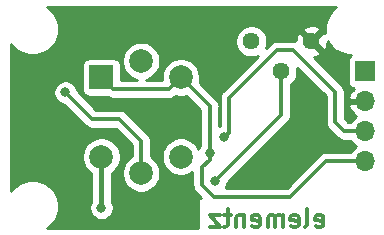
<source format=gbr>
G04 #@! TF.GenerationSoftware,KiCad,Pcbnew,5.1.5-52549c5~86~ubuntu16.04.1*
G04 #@! TF.CreationDate,2020-07-29T15:08:35+05:30*
G04 #@! TF.ProjectId,MQxx Gas Sensor V1.0,4d517878-2047-4617-9320-53656e736f72,V1.0*
G04 #@! TF.SameCoordinates,Original*
G04 #@! TF.FileFunction,Copper,L2,Bot*
G04 #@! TF.FilePolarity,Positive*
%FSLAX46Y46*%
G04 Gerber Fmt 4.6, Leading zero omitted, Abs format (unit mm)*
G04 Created by KiCad (PCBNEW 5.1.5-52549c5~86~ubuntu16.04.1) date 2020-07-29 15:08:35*
%MOMM*%
%LPD*%
G04 APERTURE LIST*
%ADD10C,0.300000*%
%ADD11R,1.700000X1.700000*%
%ADD12O,1.700000X1.700000*%
%ADD13C,1.440000*%
%ADD14C,2.000000*%
%ADD15R,2.000000X2.000000*%
%ADD16C,0.812800*%
%ADD17C,0.355600*%
%ADD18C,0.457200*%
%ADD19C,0.254000*%
G04 APERTURE END LIST*
D10*
X151490642Y-98206642D02*
X151633500Y-98278071D01*
X151919214Y-98278071D01*
X152062071Y-98206642D01*
X152133500Y-98063785D01*
X152133500Y-97492357D01*
X152062071Y-97349500D01*
X151919214Y-97278071D01*
X151633500Y-97278071D01*
X151490642Y-97349500D01*
X151419214Y-97492357D01*
X151419214Y-97635214D01*
X152133500Y-97778071D01*
X150562071Y-98278071D02*
X150704928Y-98206642D01*
X150776357Y-98063785D01*
X150776357Y-96778071D01*
X149419214Y-98206642D02*
X149562071Y-98278071D01*
X149847785Y-98278071D01*
X149990642Y-98206642D01*
X150062071Y-98063785D01*
X150062071Y-97492357D01*
X149990642Y-97349500D01*
X149847785Y-97278071D01*
X149562071Y-97278071D01*
X149419214Y-97349500D01*
X149347785Y-97492357D01*
X149347785Y-97635214D01*
X150062071Y-97778071D01*
X148704928Y-98278071D02*
X148704928Y-97278071D01*
X148704928Y-97420928D02*
X148633500Y-97349500D01*
X148490642Y-97278071D01*
X148276357Y-97278071D01*
X148133500Y-97349500D01*
X148062071Y-97492357D01*
X148062071Y-98278071D01*
X148062071Y-97492357D02*
X147990642Y-97349500D01*
X147847785Y-97278071D01*
X147633500Y-97278071D01*
X147490642Y-97349500D01*
X147419214Y-97492357D01*
X147419214Y-98278071D01*
X146133500Y-98206642D02*
X146276357Y-98278071D01*
X146562071Y-98278071D01*
X146704928Y-98206642D01*
X146776357Y-98063785D01*
X146776357Y-97492357D01*
X146704928Y-97349500D01*
X146562071Y-97278071D01*
X146276357Y-97278071D01*
X146133500Y-97349500D01*
X146062071Y-97492357D01*
X146062071Y-97635214D01*
X146776357Y-97778071D01*
X145419214Y-97278071D02*
X145419214Y-98278071D01*
X145419214Y-97420928D02*
X145347785Y-97349500D01*
X145204928Y-97278071D01*
X144990642Y-97278071D01*
X144847785Y-97349500D01*
X144776357Y-97492357D01*
X144776357Y-98278071D01*
X144276357Y-97278071D02*
X143704928Y-97278071D01*
X144062071Y-96778071D02*
X144062071Y-98063785D01*
X143990642Y-98206642D01*
X143847785Y-98278071D01*
X143704928Y-98278071D01*
X143347785Y-97278071D02*
X142562071Y-97278071D01*
X143347785Y-98278071D01*
X142562071Y-98278071D01*
D11*
X155702000Y-85090000D03*
D12*
X155702000Y-87630000D03*
X155702000Y-90170000D03*
X155702000Y-92710000D03*
D13*
X146050000Y-82550000D03*
X148590000Y-85090000D03*
X151130000Y-82550000D03*
D14*
X136710000Y-84208000D03*
X136710000Y-93708000D03*
D15*
X133350000Y-85598000D03*
D14*
X140070000Y-85598000D03*
X140070000Y-92318000D03*
X133350000Y-92318000D03*
D16*
X143764000Y-90678000D03*
X150749000Y-88900000D03*
X130683000Y-96012000D03*
X131826000Y-82423000D03*
X143129000Y-84582000D03*
X133350000Y-96647000D03*
X142528410Y-91981508D03*
X130302000Y-86868000D03*
X143002000Y-94361000D03*
D17*
X153924000Y-90170000D02*
X155702000Y-90170000D01*
X153162000Y-89408000D02*
X153924000Y-90170000D01*
X153162000Y-86868000D02*
X153162000Y-89408000D01*
X149606000Y-83312000D02*
X153162000Y-86868000D01*
X143764000Y-90678000D02*
X144170399Y-90271601D01*
X144170399Y-90271601D02*
X144170399Y-87350601D01*
X144170399Y-87350601D02*
X148209000Y-83312000D01*
X148209000Y-83312000D02*
X149606000Y-83312000D01*
D18*
X133096000Y-92572000D02*
X133350000Y-92318000D01*
X133350000Y-92318000D02*
X133350000Y-93732213D01*
X133350000Y-93732213D02*
X133350000Y-95250000D01*
X133350000Y-95250000D02*
X133350000Y-96647000D01*
D17*
X134366000Y-86614000D02*
X133350000Y-85598000D01*
X139054000Y-86614000D02*
X134366000Y-86614000D01*
X140070000Y-85598000D02*
X139054000Y-86614000D01*
X142528410Y-88056410D02*
X142528410Y-91406772D01*
X142528410Y-91406772D02*
X142528410Y-91981508D01*
X140070000Y-85598000D02*
X142528410Y-88056410D01*
X149352000Y-95758000D02*
X152400000Y-92710000D01*
X152400000Y-92710000D02*
X155702000Y-92710000D01*
X142528410Y-91981508D02*
X142528410Y-92556244D01*
X142528410Y-92556244D02*
X141859000Y-93225654D01*
X141859000Y-94742000D02*
X142875000Y-95758000D01*
X142875000Y-95758000D02*
X149352000Y-95758000D01*
X141859000Y-93225654D02*
X141859000Y-94742000D01*
X134874000Y-89154000D02*
X136710000Y-90990000D01*
X136710000Y-90990000D02*
X136710000Y-93708000D01*
X132588000Y-89154000D02*
X134874000Y-89154000D01*
X130302000Y-86868000D02*
X132588000Y-89154000D01*
X148590000Y-86108233D02*
X148590000Y-85090000D01*
X143002000Y-94361000D02*
X148590000Y-88773000D01*
X148590000Y-88773000D02*
X148590000Y-86108233D01*
D19*
G36*
X153075271Y-79763962D02*
G01*
X152763962Y-80075271D01*
X152519369Y-80441331D01*
X152350890Y-80848075D01*
X152265000Y-81279872D01*
X152265000Y-81720128D01*
X152291498Y-81853342D01*
X152065560Y-81794045D01*
X151309605Y-82550000D01*
X152065560Y-83305955D01*
X152301368Y-83244068D01*
X152414266Y-83002210D01*
X152477811Y-82742973D01*
X152489147Y-82485708D01*
X152519369Y-82558669D01*
X152763962Y-82924729D01*
X153075271Y-83236038D01*
X153441331Y-83480631D01*
X153848075Y-83649110D01*
X154279872Y-83735000D01*
X154466389Y-83735000D01*
X154400815Y-83788815D01*
X154321463Y-83885506D01*
X154262498Y-83995820D01*
X154226188Y-84115518D01*
X154213928Y-84240000D01*
X154213928Y-85940000D01*
X154226188Y-86064482D01*
X154262498Y-86184180D01*
X154321463Y-86294494D01*
X154400815Y-86391185D01*
X154497506Y-86470537D01*
X154607820Y-86529502D01*
X154688466Y-86553966D01*
X154604412Y-86629731D01*
X154430359Y-86863080D01*
X154305175Y-87125901D01*
X154260524Y-87273110D01*
X154381845Y-87503000D01*
X155575000Y-87503000D01*
X155575000Y-87483000D01*
X155829000Y-87483000D01*
X155829000Y-87503000D01*
X155849000Y-87503000D01*
X155849000Y-87757000D01*
X155829000Y-87757000D01*
X155829000Y-87777000D01*
X155575000Y-87777000D01*
X155575000Y-87757000D01*
X154381845Y-87757000D01*
X154260524Y-87986890D01*
X154305175Y-88134099D01*
X154430359Y-88396920D01*
X154604412Y-88630269D01*
X154820645Y-88825178D01*
X154937534Y-88894805D01*
X154755368Y-89016525D01*
X154548525Y-89223368D01*
X154459101Y-89357200D01*
X154260673Y-89357200D01*
X153974800Y-89071328D01*
X153974800Y-86907920D01*
X153978732Y-86867999D01*
X153970786Y-86787321D01*
X153963039Y-86708663D01*
X153916562Y-86555450D01*
X153844581Y-86420783D01*
X153841088Y-86414247D01*
X153806796Y-86372463D01*
X153739517Y-86290483D01*
X153708502Y-86265030D01*
X151333157Y-83889685D01*
X151467501Y-83869063D01*
X151718353Y-83777875D01*
X151824068Y-83721368D01*
X151885955Y-83485560D01*
X151130000Y-82729605D01*
X151115858Y-82743748D01*
X150936253Y-82564143D01*
X150950395Y-82550000D01*
X150194440Y-81794045D01*
X149958632Y-81855932D01*
X149845734Y-82097790D01*
X149782189Y-82357027D01*
X149775273Y-82513975D01*
X149765337Y-82510961D01*
X149645923Y-82499200D01*
X149645920Y-82499200D01*
X149606000Y-82495268D01*
X149566080Y-82499200D01*
X148248920Y-82499200D01*
X148208999Y-82495268D01*
X148169079Y-82499200D01*
X148169077Y-82499200D01*
X148049663Y-82510961D01*
X147896450Y-82557438D01*
X147804432Y-82606623D01*
X147755247Y-82632912D01*
X147717037Y-82664271D01*
X147631483Y-82734483D01*
X147606028Y-82765500D01*
X147301054Y-83070474D01*
X147352928Y-82945239D01*
X147405000Y-82683456D01*
X147405000Y-82416544D01*
X147352928Y-82154761D01*
X147250785Y-81908167D01*
X147102497Y-81686238D01*
X147030699Y-81614440D01*
X150374045Y-81614440D01*
X151130000Y-82370395D01*
X151885955Y-81614440D01*
X151824068Y-81378632D01*
X151582210Y-81265734D01*
X151322973Y-81202189D01*
X151056320Y-81190439D01*
X150792499Y-81230937D01*
X150541647Y-81322125D01*
X150435932Y-81378632D01*
X150374045Y-81614440D01*
X147030699Y-81614440D01*
X146913762Y-81497503D01*
X146691833Y-81349215D01*
X146445239Y-81247072D01*
X146183456Y-81195000D01*
X145916544Y-81195000D01*
X145654761Y-81247072D01*
X145408167Y-81349215D01*
X145186238Y-81497503D01*
X144997503Y-81686238D01*
X144849215Y-81908167D01*
X144747072Y-82154761D01*
X144695000Y-82416544D01*
X144695000Y-82683456D01*
X144747072Y-82945239D01*
X144849215Y-83191833D01*
X144997503Y-83413762D01*
X145186238Y-83602497D01*
X145408167Y-83750785D01*
X145654761Y-83852928D01*
X145916544Y-83905000D01*
X146183456Y-83905000D01*
X146445239Y-83852928D01*
X146570474Y-83801054D01*
X143623894Y-86747634D01*
X143592883Y-86773084D01*
X143567433Y-86804095D01*
X143491311Y-86896850D01*
X143415837Y-87038052D01*
X143406828Y-87067752D01*
X143372612Y-87180549D01*
X143369361Y-87191265D01*
X143353667Y-87350601D01*
X143357600Y-87390531D01*
X143357599Y-89719133D01*
X143341210Y-89725922D01*
X143341210Y-88096333D01*
X143345142Y-88056410D01*
X143329449Y-87897073D01*
X143282972Y-87743860D01*
X143207498Y-87602658D01*
X143131376Y-87509903D01*
X143105927Y-87478893D01*
X143074917Y-87453444D01*
X141651163Y-86029691D01*
X141705000Y-85759033D01*
X141705000Y-85436967D01*
X141642168Y-85121088D01*
X141518918Y-84823537D01*
X141339987Y-84555748D01*
X141112252Y-84328013D01*
X140844463Y-84149082D01*
X140546912Y-84025832D01*
X140231033Y-83963000D01*
X139908967Y-83963000D01*
X139593088Y-84025832D01*
X139295537Y-84149082D01*
X139027748Y-84328013D01*
X138800013Y-84555748D01*
X138621082Y-84823537D01*
X138497832Y-85121088D01*
X138435000Y-85436967D01*
X138435000Y-85759033D01*
X138443388Y-85801200D01*
X137081177Y-85801200D01*
X137186912Y-85780168D01*
X137484463Y-85656918D01*
X137752252Y-85477987D01*
X137979987Y-85250252D01*
X138158918Y-84982463D01*
X138282168Y-84684912D01*
X138345000Y-84369033D01*
X138345000Y-84046967D01*
X138282168Y-83731088D01*
X138158918Y-83433537D01*
X137979987Y-83165748D01*
X137752252Y-82938013D01*
X137484463Y-82759082D01*
X137186912Y-82635832D01*
X136871033Y-82573000D01*
X136548967Y-82573000D01*
X136233088Y-82635832D01*
X135935537Y-82759082D01*
X135667748Y-82938013D01*
X135440013Y-83165748D01*
X135261082Y-83433537D01*
X135137832Y-83731088D01*
X135075000Y-84046967D01*
X135075000Y-84369033D01*
X135137832Y-84684912D01*
X135261082Y-84982463D01*
X135440013Y-85250252D01*
X135667748Y-85477987D01*
X135935537Y-85656918D01*
X136233088Y-85780168D01*
X136338823Y-85801200D01*
X134988072Y-85801200D01*
X134988072Y-84598000D01*
X134975812Y-84473518D01*
X134939502Y-84353820D01*
X134880537Y-84243506D01*
X134801185Y-84146815D01*
X134704494Y-84067463D01*
X134594180Y-84008498D01*
X134474482Y-83972188D01*
X134350000Y-83959928D01*
X132350000Y-83959928D01*
X132225518Y-83972188D01*
X132105820Y-84008498D01*
X131995506Y-84067463D01*
X131898815Y-84146815D01*
X131819463Y-84243506D01*
X131760498Y-84353820D01*
X131724188Y-84473518D01*
X131711928Y-84598000D01*
X131711928Y-86598000D01*
X131724188Y-86722482D01*
X131760498Y-86842180D01*
X131819463Y-86952494D01*
X131898815Y-87049185D01*
X131995506Y-87128537D01*
X132105820Y-87187502D01*
X132225518Y-87223812D01*
X132350000Y-87236072D01*
X133842774Y-87236072D01*
X133912248Y-87293088D01*
X134053450Y-87368562D01*
X134206663Y-87415039D01*
X134326077Y-87426800D01*
X134326079Y-87426800D01*
X134366000Y-87430732D01*
X134405920Y-87426800D01*
X139014080Y-87426800D01*
X139054000Y-87430732D01*
X139093920Y-87426800D01*
X139093923Y-87426800D01*
X139213337Y-87415039D01*
X139366550Y-87368562D01*
X139507752Y-87293088D01*
X139631517Y-87191517D01*
X139641186Y-87179735D01*
X139908967Y-87233000D01*
X140231033Y-87233000D01*
X140501691Y-87179163D01*
X141715610Y-88393083D01*
X141715611Y-91323477D01*
X141605533Y-91488220D01*
X141550769Y-91620432D01*
X141518918Y-91543537D01*
X141339987Y-91275748D01*
X141112252Y-91048013D01*
X140844463Y-90869082D01*
X140546912Y-90745832D01*
X140231033Y-90683000D01*
X139908967Y-90683000D01*
X139593088Y-90745832D01*
X139295537Y-90869082D01*
X139027748Y-91048013D01*
X138800013Y-91275748D01*
X138621082Y-91543537D01*
X138497832Y-91841088D01*
X138435000Y-92156967D01*
X138435000Y-92479033D01*
X138497832Y-92794912D01*
X138621082Y-93092463D01*
X138800013Y-93360252D01*
X139027748Y-93587987D01*
X139295537Y-93766918D01*
X139593088Y-93890168D01*
X139908967Y-93953000D01*
X140231033Y-93953000D01*
X140546912Y-93890168D01*
X140844463Y-93766918D01*
X141046200Y-93632121D01*
X141046201Y-94702070D01*
X141042268Y-94742000D01*
X141057962Y-94901336D01*
X141104438Y-95054549D01*
X141179912Y-95195751D01*
X141179913Y-95195752D01*
X141281484Y-95319517D01*
X141312495Y-95344967D01*
X141777028Y-95809500D01*
X141562786Y-95809500D01*
X141562786Y-98340000D01*
X128769139Y-98340000D01*
X128924729Y-98236038D01*
X129236038Y-97924729D01*
X129480631Y-97558669D01*
X129649110Y-97151925D01*
X129735000Y-96720128D01*
X129735000Y-96279872D01*
X129649110Y-95848075D01*
X129480631Y-95441331D01*
X129236038Y-95075271D01*
X128924729Y-94763962D01*
X128558669Y-94519369D01*
X128151925Y-94350890D01*
X127720128Y-94265000D01*
X127279872Y-94265000D01*
X126848075Y-94350890D01*
X126441331Y-94519369D01*
X126075271Y-94763962D01*
X125763962Y-95075271D01*
X125660000Y-95230861D01*
X125660000Y-92156967D01*
X131715000Y-92156967D01*
X131715000Y-92479033D01*
X131777832Y-92794912D01*
X131901082Y-93092463D01*
X132080013Y-93360252D01*
X132307748Y-93587987D01*
X132486400Y-93707359D01*
X132486401Y-95207571D01*
X132486400Y-95207581D01*
X132486401Y-96064997D01*
X132427123Y-96153712D01*
X132348620Y-96343235D01*
X132308600Y-96544431D01*
X132308600Y-96749569D01*
X132348620Y-96950765D01*
X132427123Y-97140288D01*
X132541092Y-97310854D01*
X132686146Y-97455908D01*
X132856712Y-97569877D01*
X133046235Y-97648380D01*
X133247431Y-97688400D01*
X133452569Y-97688400D01*
X133653765Y-97648380D01*
X133843288Y-97569877D01*
X134013854Y-97455908D01*
X134158908Y-97310854D01*
X134272877Y-97140288D01*
X134351380Y-96950765D01*
X134391400Y-96749569D01*
X134391400Y-96544431D01*
X134351380Y-96343235D01*
X134272877Y-96153712D01*
X134213600Y-96064998D01*
X134213600Y-93707359D01*
X134392252Y-93587987D01*
X134619987Y-93360252D01*
X134798918Y-93092463D01*
X134922168Y-92794912D01*
X134985000Y-92479033D01*
X134985000Y-92156967D01*
X134922168Y-91841088D01*
X134798918Y-91543537D01*
X134619987Y-91275748D01*
X134392252Y-91048013D01*
X134124463Y-90869082D01*
X133826912Y-90745832D01*
X133511033Y-90683000D01*
X133188967Y-90683000D01*
X132873088Y-90745832D01*
X132575537Y-90869082D01*
X132307748Y-91048013D01*
X132080013Y-91275748D01*
X131901082Y-91543537D01*
X131777832Y-91841088D01*
X131715000Y-92156967D01*
X125660000Y-92156967D01*
X125660000Y-86765431D01*
X129260600Y-86765431D01*
X129260600Y-86970569D01*
X129300620Y-87171765D01*
X129379123Y-87361288D01*
X129493092Y-87531854D01*
X129638146Y-87676908D01*
X129808712Y-87790877D01*
X129998235Y-87869380D01*
X130192561Y-87908034D01*
X131985033Y-89700506D01*
X132010483Y-89731517D01*
X132134248Y-89833088D01*
X132275450Y-89908562D01*
X132428663Y-89955039D01*
X132548077Y-89966800D01*
X132548079Y-89966800D01*
X132587999Y-89970732D01*
X132627920Y-89966800D01*
X134537328Y-89966800D01*
X135897200Y-91326673D01*
X135897200Y-92284698D01*
X135667748Y-92438013D01*
X135440013Y-92665748D01*
X135261082Y-92933537D01*
X135137832Y-93231088D01*
X135075000Y-93546967D01*
X135075000Y-93869033D01*
X135137832Y-94184912D01*
X135261082Y-94482463D01*
X135440013Y-94750252D01*
X135667748Y-94977987D01*
X135935537Y-95156918D01*
X136233088Y-95280168D01*
X136548967Y-95343000D01*
X136871033Y-95343000D01*
X137186912Y-95280168D01*
X137484463Y-95156918D01*
X137752252Y-94977987D01*
X137979987Y-94750252D01*
X138158918Y-94482463D01*
X138282168Y-94184912D01*
X138345000Y-93869033D01*
X138345000Y-93546967D01*
X138282168Y-93231088D01*
X138158918Y-92933537D01*
X137979987Y-92665748D01*
X137752252Y-92438013D01*
X137522800Y-92284698D01*
X137522800Y-91029920D01*
X137526732Y-90989999D01*
X137515249Y-90873411D01*
X137511039Y-90830663D01*
X137464562Y-90677450D01*
X137389088Y-90536248D01*
X137287517Y-90412483D01*
X137256507Y-90387034D01*
X135476971Y-88607499D01*
X135451517Y-88576483D01*
X135327752Y-88474912D01*
X135186550Y-88399438D01*
X135033337Y-88352961D01*
X134913923Y-88341200D01*
X134913920Y-88341200D01*
X134874000Y-88337268D01*
X134834080Y-88341200D01*
X132924673Y-88341200D01*
X131342034Y-86758561D01*
X131303380Y-86564235D01*
X131224877Y-86374712D01*
X131110908Y-86204146D01*
X130965854Y-86059092D01*
X130795288Y-85945123D01*
X130605765Y-85866620D01*
X130404569Y-85826600D01*
X130199431Y-85826600D01*
X129998235Y-85866620D01*
X129808712Y-85945123D01*
X129638146Y-86059092D01*
X129493092Y-86204146D01*
X129379123Y-86374712D01*
X129300620Y-86564235D01*
X129260600Y-86765431D01*
X125660000Y-86765431D01*
X125660000Y-82769139D01*
X125763962Y-82924729D01*
X126075271Y-83236038D01*
X126441331Y-83480631D01*
X126848075Y-83649110D01*
X127279872Y-83735000D01*
X127720128Y-83735000D01*
X128151925Y-83649110D01*
X128558669Y-83480631D01*
X128924729Y-83236038D01*
X129236038Y-82924729D01*
X129480631Y-82558669D01*
X129649110Y-82151925D01*
X129735000Y-81720128D01*
X129735000Y-81279872D01*
X129649110Y-80848075D01*
X129480631Y-80441331D01*
X129236038Y-80075271D01*
X128924729Y-79763962D01*
X128769139Y-79660000D01*
X153230861Y-79660000D01*
X153075271Y-79763962D01*
G37*
X153075271Y-79763962D02*
X152763962Y-80075271D01*
X152519369Y-80441331D01*
X152350890Y-80848075D01*
X152265000Y-81279872D01*
X152265000Y-81720128D01*
X152291498Y-81853342D01*
X152065560Y-81794045D01*
X151309605Y-82550000D01*
X152065560Y-83305955D01*
X152301368Y-83244068D01*
X152414266Y-83002210D01*
X152477811Y-82742973D01*
X152489147Y-82485708D01*
X152519369Y-82558669D01*
X152763962Y-82924729D01*
X153075271Y-83236038D01*
X153441331Y-83480631D01*
X153848075Y-83649110D01*
X154279872Y-83735000D01*
X154466389Y-83735000D01*
X154400815Y-83788815D01*
X154321463Y-83885506D01*
X154262498Y-83995820D01*
X154226188Y-84115518D01*
X154213928Y-84240000D01*
X154213928Y-85940000D01*
X154226188Y-86064482D01*
X154262498Y-86184180D01*
X154321463Y-86294494D01*
X154400815Y-86391185D01*
X154497506Y-86470537D01*
X154607820Y-86529502D01*
X154688466Y-86553966D01*
X154604412Y-86629731D01*
X154430359Y-86863080D01*
X154305175Y-87125901D01*
X154260524Y-87273110D01*
X154381845Y-87503000D01*
X155575000Y-87503000D01*
X155575000Y-87483000D01*
X155829000Y-87483000D01*
X155829000Y-87503000D01*
X155849000Y-87503000D01*
X155849000Y-87757000D01*
X155829000Y-87757000D01*
X155829000Y-87777000D01*
X155575000Y-87777000D01*
X155575000Y-87757000D01*
X154381845Y-87757000D01*
X154260524Y-87986890D01*
X154305175Y-88134099D01*
X154430359Y-88396920D01*
X154604412Y-88630269D01*
X154820645Y-88825178D01*
X154937534Y-88894805D01*
X154755368Y-89016525D01*
X154548525Y-89223368D01*
X154459101Y-89357200D01*
X154260673Y-89357200D01*
X153974800Y-89071328D01*
X153974800Y-86907920D01*
X153978732Y-86867999D01*
X153970786Y-86787321D01*
X153963039Y-86708663D01*
X153916562Y-86555450D01*
X153844581Y-86420783D01*
X153841088Y-86414247D01*
X153806796Y-86372463D01*
X153739517Y-86290483D01*
X153708502Y-86265030D01*
X151333157Y-83889685D01*
X151467501Y-83869063D01*
X151718353Y-83777875D01*
X151824068Y-83721368D01*
X151885955Y-83485560D01*
X151130000Y-82729605D01*
X151115858Y-82743748D01*
X150936253Y-82564143D01*
X150950395Y-82550000D01*
X150194440Y-81794045D01*
X149958632Y-81855932D01*
X149845734Y-82097790D01*
X149782189Y-82357027D01*
X149775273Y-82513975D01*
X149765337Y-82510961D01*
X149645923Y-82499200D01*
X149645920Y-82499200D01*
X149606000Y-82495268D01*
X149566080Y-82499200D01*
X148248920Y-82499200D01*
X148208999Y-82495268D01*
X148169079Y-82499200D01*
X148169077Y-82499200D01*
X148049663Y-82510961D01*
X147896450Y-82557438D01*
X147804432Y-82606623D01*
X147755247Y-82632912D01*
X147717037Y-82664271D01*
X147631483Y-82734483D01*
X147606028Y-82765500D01*
X147301054Y-83070474D01*
X147352928Y-82945239D01*
X147405000Y-82683456D01*
X147405000Y-82416544D01*
X147352928Y-82154761D01*
X147250785Y-81908167D01*
X147102497Y-81686238D01*
X147030699Y-81614440D01*
X150374045Y-81614440D01*
X151130000Y-82370395D01*
X151885955Y-81614440D01*
X151824068Y-81378632D01*
X151582210Y-81265734D01*
X151322973Y-81202189D01*
X151056320Y-81190439D01*
X150792499Y-81230937D01*
X150541647Y-81322125D01*
X150435932Y-81378632D01*
X150374045Y-81614440D01*
X147030699Y-81614440D01*
X146913762Y-81497503D01*
X146691833Y-81349215D01*
X146445239Y-81247072D01*
X146183456Y-81195000D01*
X145916544Y-81195000D01*
X145654761Y-81247072D01*
X145408167Y-81349215D01*
X145186238Y-81497503D01*
X144997503Y-81686238D01*
X144849215Y-81908167D01*
X144747072Y-82154761D01*
X144695000Y-82416544D01*
X144695000Y-82683456D01*
X144747072Y-82945239D01*
X144849215Y-83191833D01*
X144997503Y-83413762D01*
X145186238Y-83602497D01*
X145408167Y-83750785D01*
X145654761Y-83852928D01*
X145916544Y-83905000D01*
X146183456Y-83905000D01*
X146445239Y-83852928D01*
X146570474Y-83801054D01*
X143623894Y-86747634D01*
X143592883Y-86773084D01*
X143567433Y-86804095D01*
X143491311Y-86896850D01*
X143415837Y-87038052D01*
X143406828Y-87067752D01*
X143372612Y-87180549D01*
X143369361Y-87191265D01*
X143353667Y-87350601D01*
X143357600Y-87390531D01*
X143357599Y-89719133D01*
X143341210Y-89725922D01*
X143341210Y-88096333D01*
X143345142Y-88056410D01*
X143329449Y-87897073D01*
X143282972Y-87743860D01*
X143207498Y-87602658D01*
X143131376Y-87509903D01*
X143105927Y-87478893D01*
X143074917Y-87453444D01*
X141651163Y-86029691D01*
X141705000Y-85759033D01*
X141705000Y-85436967D01*
X141642168Y-85121088D01*
X141518918Y-84823537D01*
X141339987Y-84555748D01*
X141112252Y-84328013D01*
X140844463Y-84149082D01*
X140546912Y-84025832D01*
X140231033Y-83963000D01*
X139908967Y-83963000D01*
X139593088Y-84025832D01*
X139295537Y-84149082D01*
X139027748Y-84328013D01*
X138800013Y-84555748D01*
X138621082Y-84823537D01*
X138497832Y-85121088D01*
X138435000Y-85436967D01*
X138435000Y-85759033D01*
X138443388Y-85801200D01*
X137081177Y-85801200D01*
X137186912Y-85780168D01*
X137484463Y-85656918D01*
X137752252Y-85477987D01*
X137979987Y-85250252D01*
X138158918Y-84982463D01*
X138282168Y-84684912D01*
X138345000Y-84369033D01*
X138345000Y-84046967D01*
X138282168Y-83731088D01*
X138158918Y-83433537D01*
X137979987Y-83165748D01*
X137752252Y-82938013D01*
X137484463Y-82759082D01*
X137186912Y-82635832D01*
X136871033Y-82573000D01*
X136548967Y-82573000D01*
X136233088Y-82635832D01*
X135935537Y-82759082D01*
X135667748Y-82938013D01*
X135440013Y-83165748D01*
X135261082Y-83433537D01*
X135137832Y-83731088D01*
X135075000Y-84046967D01*
X135075000Y-84369033D01*
X135137832Y-84684912D01*
X135261082Y-84982463D01*
X135440013Y-85250252D01*
X135667748Y-85477987D01*
X135935537Y-85656918D01*
X136233088Y-85780168D01*
X136338823Y-85801200D01*
X134988072Y-85801200D01*
X134988072Y-84598000D01*
X134975812Y-84473518D01*
X134939502Y-84353820D01*
X134880537Y-84243506D01*
X134801185Y-84146815D01*
X134704494Y-84067463D01*
X134594180Y-84008498D01*
X134474482Y-83972188D01*
X134350000Y-83959928D01*
X132350000Y-83959928D01*
X132225518Y-83972188D01*
X132105820Y-84008498D01*
X131995506Y-84067463D01*
X131898815Y-84146815D01*
X131819463Y-84243506D01*
X131760498Y-84353820D01*
X131724188Y-84473518D01*
X131711928Y-84598000D01*
X131711928Y-86598000D01*
X131724188Y-86722482D01*
X131760498Y-86842180D01*
X131819463Y-86952494D01*
X131898815Y-87049185D01*
X131995506Y-87128537D01*
X132105820Y-87187502D01*
X132225518Y-87223812D01*
X132350000Y-87236072D01*
X133842774Y-87236072D01*
X133912248Y-87293088D01*
X134053450Y-87368562D01*
X134206663Y-87415039D01*
X134326077Y-87426800D01*
X134326079Y-87426800D01*
X134366000Y-87430732D01*
X134405920Y-87426800D01*
X139014080Y-87426800D01*
X139054000Y-87430732D01*
X139093920Y-87426800D01*
X139093923Y-87426800D01*
X139213337Y-87415039D01*
X139366550Y-87368562D01*
X139507752Y-87293088D01*
X139631517Y-87191517D01*
X139641186Y-87179735D01*
X139908967Y-87233000D01*
X140231033Y-87233000D01*
X140501691Y-87179163D01*
X141715610Y-88393083D01*
X141715611Y-91323477D01*
X141605533Y-91488220D01*
X141550769Y-91620432D01*
X141518918Y-91543537D01*
X141339987Y-91275748D01*
X141112252Y-91048013D01*
X140844463Y-90869082D01*
X140546912Y-90745832D01*
X140231033Y-90683000D01*
X139908967Y-90683000D01*
X139593088Y-90745832D01*
X139295537Y-90869082D01*
X139027748Y-91048013D01*
X138800013Y-91275748D01*
X138621082Y-91543537D01*
X138497832Y-91841088D01*
X138435000Y-92156967D01*
X138435000Y-92479033D01*
X138497832Y-92794912D01*
X138621082Y-93092463D01*
X138800013Y-93360252D01*
X139027748Y-93587987D01*
X139295537Y-93766918D01*
X139593088Y-93890168D01*
X139908967Y-93953000D01*
X140231033Y-93953000D01*
X140546912Y-93890168D01*
X140844463Y-93766918D01*
X141046200Y-93632121D01*
X141046201Y-94702070D01*
X141042268Y-94742000D01*
X141057962Y-94901336D01*
X141104438Y-95054549D01*
X141179912Y-95195751D01*
X141179913Y-95195752D01*
X141281484Y-95319517D01*
X141312495Y-95344967D01*
X141777028Y-95809500D01*
X141562786Y-95809500D01*
X141562786Y-98340000D01*
X128769139Y-98340000D01*
X128924729Y-98236038D01*
X129236038Y-97924729D01*
X129480631Y-97558669D01*
X129649110Y-97151925D01*
X129735000Y-96720128D01*
X129735000Y-96279872D01*
X129649110Y-95848075D01*
X129480631Y-95441331D01*
X129236038Y-95075271D01*
X128924729Y-94763962D01*
X128558669Y-94519369D01*
X128151925Y-94350890D01*
X127720128Y-94265000D01*
X127279872Y-94265000D01*
X126848075Y-94350890D01*
X126441331Y-94519369D01*
X126075271Y-94763962D01*
X125763962Y-95075271D01*
X125660000Y-95230861D01*
X125660000Y-92156967D01*
X131715000Y-92156967D01*
X131715000Y-92479033D01*
X131777832Y-92794912D01*
X131901082Y-93092463D01*
X132080013Y-93360252D01*
X132307748Y-93587987D01*
X132486400Y-93707359D01*
X132486401Y-95207571D01*
X132486400Y-95207581D01*
X132486401Y-96064997D01*
X132427123Y-96153712D01*
X132348620Y-96343235D01*
X132308600Y-96544431D01*
X132308600Y-96749569D01*
X132348620Y-96950765D01*
X132427123Y-97140288D01*
X132541092Y-97310854D01*
X132686146Y-97455908D01*
X132856712Y-97569877D01*
X133046235Y-97648380D01*
X133247431Y-97688400D01*
X133452569Y-97688400D01*
X133653765Y-97648380D01*
X133843288Y-97569877D01*
X134013854Y-97455908D01*
X134158908Y-97310854D01*
X134272877Y-97140288D01*
X134351380Y-96950765D01*
X134391400Y-96749569D01*
X134391400Y-96544431D01*
X134351380Y-96343235D01*
X134272877Y-96153712D01*
X134213600Y-96064998D01*
X134213600Y-93707359D01*
X134392252Y-93587987D01*
X134619987Y-93360252D01*
X134798918Y-93092463D01*
X134922168Y-92794912D01*
X134985000Y-92479033D01*
X134985000Y-92156967D01*
X134922168Y-91841088D01*
X134798918Y-91543537D01*
X134619987Y-91275748D01*
X134392252Y-91048013D01*
X134124463Y-90869082D01*
X133826912Y-90745832D01*
X133511033Y-90683000D01*
X133188967Y-90683000D01*
X132873088Y-90745832D01*
X132575537Y-90869082D01*
X132307748Y-91048013D01*
X132080013Y-91275748D01*
X131901082Y-91543537D01*
X131777832Y-91841088D01*
X131715000Y-92156967D01*
X125660000Y-92156967D01*
X125660000Y-86765431D01*
X129260600Y-86765431D01*
X129260600Y-86970569D01*
X129300620Y-87171765D01*
X129379123Y-87361288D01*
X129493092Y-87531854D01*
X129638146Y-87676908D01*
X129808712Y-87790877D01*
X129998235Y-87869380D01*
X130192561Y-87908034D01*
X131985033Y-89700506D01*
X132010483Y-89731517D01*
X132134248Y-89833088D01*
X132275450Y-89908562D01*
X132428663Y-89955039D01*
X132548077Y-89966800D01*
X132548079Y-89966800D01*
X132587999Y-89970732D01*
X132627920Y-89966800D01*
X134537328Y-89966800D01*
X135897200Y-91326673D01*
X135897200Y-92284698D01*
X135667748Y-92438013D01*
X135440013Y-92665748D01*
X135261082Y-92933537D01*
X135137832Y-93231088D01*
X135075000Y-93546967D01*
X135075000Y-93869033D01*
X135137832Y-94184912D01*
X135261082Y-94482463D01*
X135440013Y-94750252D01*
X135667748Y-94977987D01*
X135935537Y-95156918D01*
X136233088Y-95280168D01*
X136548967Y-95343000D01*
X136871033Y-95343000D01*
X137186912Y-95280168D01*
X137484463Y-95156918D01*
X137752252Y-94977987D01*
X137979987Y-94750252D01*
X138158918Y-94482463D01*
X138282168Y-94184912D01*
X138345000Y-93869033D01*
X138345000Y-93546967D01*
X138282168Y-93231088D01*
X138158918Y-92933537D01*
X137979987Y-92665748D01*
X137752252Y-92438013D01*
X137522800Y-92284698D01*
X137522800Y-91029920D01*
X137526732Y-90989999D01*
X137515249Y-90873411D01*
X137511039Y-90830663D01*
X137464562Y-90677450D01*
X137389088Y-90536248D01*
X137287517Y-90412483D01*
X137256507Y-90387034D01*
X135476971Y-88607499D01*
X135451517Y-88576483D01*
X135327752Y-88474912D01*
X135186550Y-88399438D01*
X135033337Y-88352961D01*
X134913923Y-88341200D01*
X134913920Y-88341200D01*
X134874000Y-88337268D01*
X134834080Y-88341200D01*
X132924673Y-88341200D01*
X131342034Y-86758561D01*
X131303380Y-86564235D01*
X131224877Y-86374712D01*
X131110908Y-86204146D01*
X130965854Y-86059092D01*
X130795288Y-85945123D01*
X130605765Y-85866620D01*
X130404569Y-85826600D01*
X130199431Y-85826600D01*
X129998235Y-85866620D01*
X129808712Y-85945123D01*
X129638146Y-86059092D01*
X129493092Y-86204146D01*
X129379123Y-86374712D01*
X129300620Y-86564235D01*
X129260600Y-86765431D01*
X125660000Y-86765431D01*
X125660000Y-82769139D01*
X125763962Y-82924729D01*
X126075271Y-83236038D01*
X126441331Y-83480631D01*
X126848075Y-83649110D01*
X127279872Y-83735000D01*
X127720128Y-83735000D01*
X128151925Y-83649110D01*
X128558669Y-83480631D01*
X128924729Y-83236038D01*
X129236038Y-82924729D01*
X129480631Y-82558669D01*
X129649110Y-82151925D01*
X129735000Y-81720128D01*
X129735000Y-81279872D01*
X129649110Y-80848075D01*
X129480631Y-80441331D01*
X129236038Y-80075271D01*
X128924729Y-79763962D01*
X128769139Y-79660000D01*
X153230861Y-79660000D01*
X153075271Y-79763962D01*
G36*
X152349200Y-87204672D02*
G01*
X152349201Y-89368070D01*
X152345268Y-89408000D01*
X152359570Y-89553206D01*
X152360962Y-89567337D01*
X152368590Y-89592483D01*
X152407438Y-89720549D01*
X152482912Y-89861751D01*
X152482913Y-89861752D01*
X152584484Y-89985517D01*
X152615495Y-90010967D01*
X153321033Y-90716506D01*
X153346483Y-90747517D01*
X153446081Y-90829255D01*
X153470248Y-90849088D01*
X153611450Y-90924562D01*
X153764663Y-90971039D01*
X153924000Y-90986732D01*
X153963923Y-90982800D01*
X154459101Y-90982800D01*
X154548525Y-91116632D01*
X154755368Y-91323475D01*
X154929760Y-91440000D01*
X154755368Y-91556525D01*
X154548525Y-91763368D01*
X154459101Y-91897200D01*
X152439920Y-91897200D01*
X152400000Y-91893268D01*
X152360079Y-91897200D01*
X152360077Y-91897200D01*
X152240663Y-91908961D01*
X152087450Y-91955438D01*
X151946248Y-92030912D01*
X151822483Y-92132483D01*
X151797033Y-92163494D01*
X149015328Y-94945200D01*
X143864131Y-94945200D01*
X143924877Y-94854288D01*
X144003380Y-94664765D01*
X144042034Y-94470438D01*
X149136502Y-89375970D01*
X149167517Y-89350517D01*
X149237729Y-89264963D01*
X149269088Y-89226753D01*
X149295377Y-89177568D01*
X149344562Y-89085550D01*
X149391039Y-88932337D01*
X149402800Y-88812923D01*
X149402800Y-88812921D01*
X149406732Y-88773001D01*
X149402800Y-88733080D01*
X149402800Y-86176549D01*
X149453762Y-86142497D01*
X149642497Y-85953762D01*
X149790785Y-85731833D01*
X149892928Y-85485239D01*
X149945000Y-85223456D01*
X149945000Y-84956544D01*
X149906247Y-84761719D01*
X152349200Y-87204672D01*
G37*
X152349200Y-87204672D02*
X152349201Y-89368070D01*
X152345268Y-89408000D01*
X152359570Y-89553206D01*
X152360962Y-89567337D01*
X152368590Y-89592483D01*
X152407438Y-89720549D01*
X152482912Y-89861751D01*
X152482913Y-89861752D01*
X152584484Y-89985517D01*
X152615495Y-90010967D01*
X153321033Y-90716506D01*
X153346483Y-90747517D01*
X153446081Y-90829255D01*
X153470248Y-90849088D01*
X153611450Y-90924562D01*
X153764663Y-90971039D01*
X153924000Y-90986732D01*
X153963923Y-90982800D01*
X154459101Y-90982800D01*
X154548525Y-91116632D01*
X154755368Y-91323475D01*
X154929760Y-91440000D01*
X154755368Y-91556525D01*
X154548525Y-91763368D01*
X154459101Y-91897200D01*
X152439920Y-91897200D01*
X152400000Y-91893268D01*
X152360079Y-91897200D01*
X152360077Y-91897200D01*
X152240663Y-91908961D01*
X152087450Y-91955438D01*
X151946248Y-92030912D01*
X151822483Y-92132483D01*
X151797033Y-92163494D01*
X149015328Y-94945200D01*
X143864131Y-94945200D01*
X143924877Y-94854288D01*
X144003380Y-94664765D01*
X144042034Y-94470438D01*
X149136502Y-89375970D01*
X149167517Y-89350517D01*
X149237729Y-89264963D01*
X149269088Y-89226753D01*
X149295377Y-89177568D01*
X149344562Y-89085550D01*
X149391039Y-88932337D01*
X149402800Y-88812923D01*
X149402800Y-88812921D01*
X149406732Y-88773001D01*
X149402800Y-88733080D01*
X149402800Y-86176549D01*
X149453762Y-86142497D01*
X149642497Y-85953762D01*
X149790785Y-85731833D01*
X149892928Y-85485239D01*
X149945000Y-85223456D01*
X149945000Y-84956544D01*
X149906247Y-84761719D01*
X152349200Y-87204672D01*
M02*

</source>
